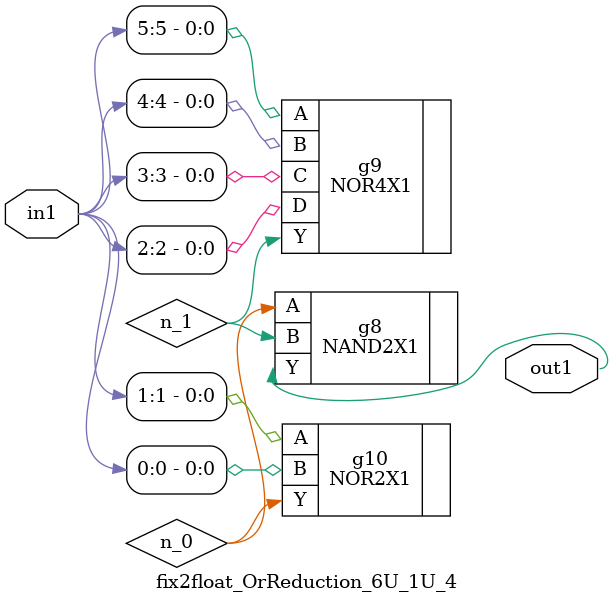
<source format=v>
`timescale 1ps / 1ps


module fix2float_OrReduction_6U_1U_4(in1, out1);
  input [5:0] in1;
  output out1;
  wire [5:0] in1;
  wire out1;
  wire n_0, n_1;
  NAND2X1 g8(.A (n_0), .B (n_1), .Y (out1));
  NOR4X1 g9(.A (in1[5]), .B (in1[4]), .C (in1[3]), .D (in1[2]), .Y
       (n_1));
  NOR2X1 g10(.A (in1[1]), .B (in1[0]), .Y (n_0));
endmodule



</source>
